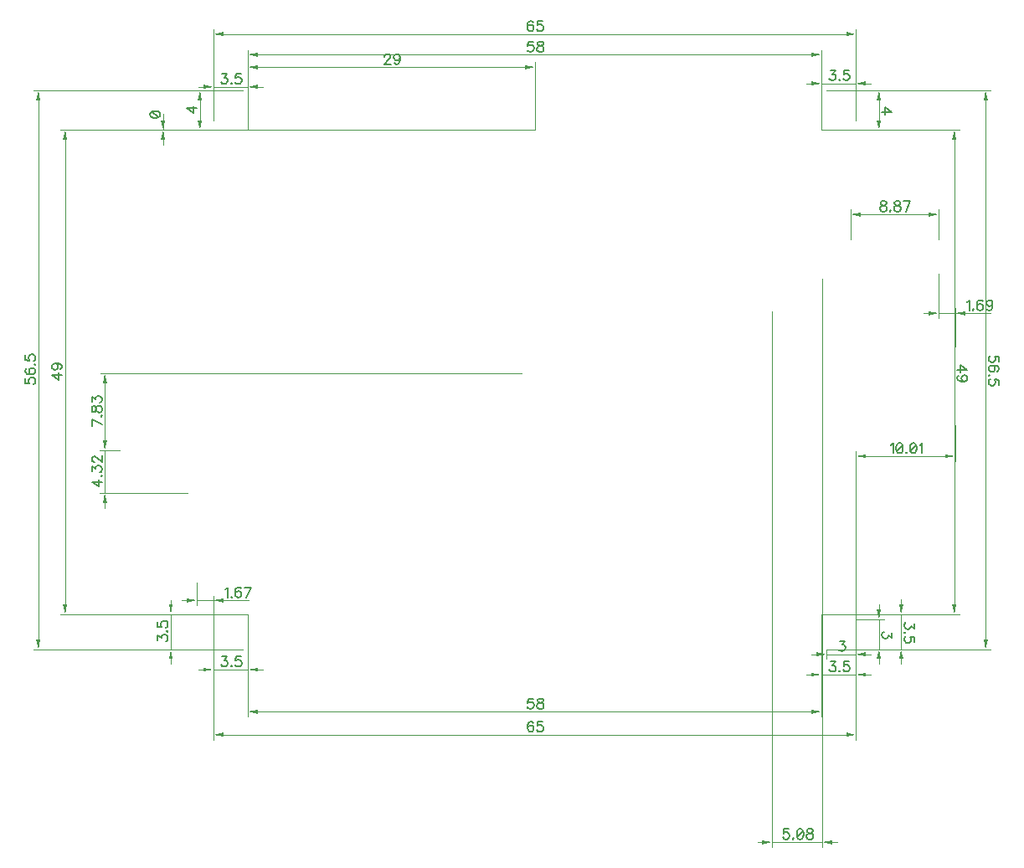
<source format=gbr>
G04 DipTrace 2.4.0.2*
%INTopDimension.gbr*%
%MOIN*%
%ADD13C,0.0014*%
%ADD115C,0.0062*%
%FSLAX44Y44*%
G04*
G70*
G90*
G75*
G01*
%LNTopDimension*%
%LPD*%
X3937Y5117D2*
D13*
Y333D1*
X29528Y5118D2*
Y333D1*
X16732Y530D2*
X4331D1*
G36*
X3937D2*
X4331Y608D1*
Y451D1*
X3937Y530D1*
G37*
X16732D2*
D13*
X29134D1*
G36*
X29528D2*
X29134Y451D1*
Y608D1*
X29528Y530D1*
G37*
X5315Y24606D2*
D13*
X-2165D1*
X5315Y5313D2*
X-2165D1*
X-1969Y14960D2*
Y24213D1*
G36*
Y24606D2*
X-1890Y24213D1*
X-2047D1*
X-1969Y24606D1*
G37*
Y14960D2*
D13*
Y5707D1*
G36*
Y5313D2*
X-2047Y5707D1*
X-1890D1*
X-1969Y5313D1*
G37*
X5315Y24606D2*
D13*
Y27803D1*
X28150Y24606D2*
Y27803D1*
X16732Y27606D2*
X5709D1*
G36*
X5315D2*
X5709Y27685D1*
Y27528D1*
X5315Y27606D1*
G37*
X16732D2*
D13*
X27756D1*
G36*
X28150D2*
X27756Y27528D1*
Y27685D1*
X28150Y27606D1*
G37*
Y24606D2*
D13*
X33634D1*
X28150Y5315D2*
X33634D1*
X33437Y14961D2*
Y24213D1*
G36*
Y24606D2*
X33516Y24213D1*
X33358D1*
X33437Y24606D1*
G37*
Y14961D2*
D13*
Y5709D1*
G36*
Y5315D2*
X33358Y5709D1*
X33516D1*
X33437Y5315D1*
G37*
X5315Y5313D2*
D13*
Y1248D1*
X28150Y5315D2*
Y1248D1*
X16732Y1445D2*
X5709D1*
G36*
X5315D2*
X5709Y1524D1*
Y1366D1*
X5315Y1445D1*
G37*
X16732D2*
D13*
X27756D1*
G36*
X28150D2*
X27756Y1366D1*
Y1524D1*
X28150Y1445D1*
G37*
X5315Y24606D2*
D13*
X1740D1*
X16732D2*
X1740D1*
X1937D2*
D3*
Y25197D2*
Y25000D1*
G36*
Y24606D2*
X1858Y25000D1*
X2016D1*
X1937Y24606D1*
G37*
Y24016D2*
D13*
Y24213D1*
G36*
Y24606D2*
X2016Y24213D1*
X1858D1*
X1937Y24606D1*
G37*
Y25268D2*
D13*
Y24606D1*
X16732Y24614D2*
Y27307D1*
X5315Y24606D2*
Y27307D1*
X11024Y27110D2*
X16339D1*
G36*
X16732D2*
X16339Y27031D1*
Y27189D1*
X16732Y27110D1*
G37*
X11024D2*
D13*
X5709D1*
G36*
X5315D2*
X5709Y27189D1*
Y27031D1*
X5315Y27110D1*
G37*
X28150Y5315D2*
D13*
X31524D1*
X29287Y3937D2*
X31524D1*
X31327Y5315D2*
Y3937D1*
Y5906D2*
Y5709D1*
G36*
Y5315D2*
X31248Y5709D1*
X31406D1*
X31327Y5315D1*
G37*
Y3346D2*
D13*
Y3543D1*
G36*
Y3937D2*
X31406Y3543D1*
X31248D1*
X31327Y3937D1*
G37*
X5315Y5313D2*
D13*
X2047D1*
X4106Y3937D2*
X2047D1*
X2244Y5313D2*
Y3937D1*
Y5904D2*
Y5707D1*
G36*
Y5313D2*
X2165Y5707D1*
X2323D1*
X2244Y5313D1*
G37*
Y3346D2*
D13*
Y3543D1*
G36*
Y3937D2*
X2323Y3543D1*
X2165D1*
X2244Y3937D1*
G37*
X5315Y5313D2*
D13*
Y2928D1*
X3937Y3937D2*
Y2928D1*
Y3125D2*
X5315D1*
X3346D2*
X3543D1*
G36*
X3937D2*
X3543Y3046D1*
Y3203D1*
X3937Y3125D1*
G37*
X5906D2*
D13*
X5709D1*
G36*
X5315D2*
X5709Y3203D1*
Y3046D1*
X5315Y3125D1*
G37*
X28150Y5315D2*
D13*
Y2720D1*
X29528Y3937D2*
Y2720D1*
X28150Y2917D2*
X29528D1*
X27559D2*
X27756D1*
G36*
X28150D2*
X27756Y2839D1*
Y2996D1*
X28150Y2917D1*
G37*
X30118D2*
D13*
X29921D1*
G36*
X29528D2*
X29921Y2996D1*
Y2839D1*
X29528Y2917D1*
G37*
X28150Y24606D2*
D13*
Y26661D1*
X29528Y25736D2*
Y26661D1*
X28150Y26465D2*
X29528D1*
X27559D2*
X27756D1*
G36*
X28150D2*
X27756Y26386D1*
Y26543D1*
X28150Y26465D1*
G37*
X30118D2*
D13*
X29921D1*
G36*
X29528D2*
X29921Y26543D1*
Y26386D1*
X29528Y26465D1*
G37*
X28150Y24606D2*
D13*
X30634D1*
X29524Y26181D2*
X30634D1*
X30437Y25394D2*
Y25000D1*
G36*
Y24606D2*
X30358Y25000D1*
X30516D1*
X30437Y24606D1*
G37*
Y25394D2*
D13*
Y25787D1*
G36*
Y26181D2*
X30516Y25787D1*
X30358D1*
X30437Y26181D1*
G37*
X5315Y24606D2*
D13*
Y26528D1*
X3937Y26181D2*
Y26528D1*
Y26331D2*
X5315D1*
X3346D2*
X3543D1*
G36*
X3937D2*
X3543Y26252D1*
Y26409D1*
X3937Y26331D1*
G37*
X5906D2*
D13*
X5709D1*
G36*
X5315D2*
X5709Y26409D1*
Y26252D1*
X5315Y26331D1*
G37*
Y24606D2*
D13*
X3209D1*
X3937Y26181D2*
X3209D1*
X3406Y25394D2*
Y25000D1*
G36*
Y24606D2*
X3327Y25000D1*
X3484D1*
X3406Y24606D1*
G37*
Y25394D2*
D13*
Y25787D1*
G36*
Y26181D2*
X3484Y25787D1*
X3327D1*
X3406Y26181D1*
G37*
X28346Y3937D2*
D13*
X34884D1*
X28345Y26181D2*
X34884D1*
X34687Y15059D2*
Y4331D1*
G36*
Y3937D2*
X34608Y4331D1*
X34766D1*
X34687Y3937D1*
G37*
Y15059D2*
D13*
Y25787D1*
G36*
Y26181D2*
X34766Y25787D1*
X34608D1*
X34687Y26181D1*
G37*
X5117Y26180D2*
D13*
X-3226D1*
X5118Y3936D2*
X-3226D1*
X-3030Y15058D2*
Y25786D1*
G36*
Y26180D2*
X-2951Y25786D1*
X-3108D1*
X-3030Y26180D1*
G37*
Y15058D2*
D13*
Y4329D1*
G36*
Y3936D2*
X-3108Y4329D1*
X-2951D1*
X-3030Y3936D1*
G37*
X29528Y3937D2*
D13*
X30634D1*
X29528Y5118D2*
X30634D1*
X30437D2*
Y3937D1*
Y5709D2*
Y5512D1*
G36*
Y5118D2*
X30358Y5512D1*
X30516D1*
X30437Y5118D1*
G37*
Y3346D2*
D13*
Y3543D1*
G36*
Y3937D2*
X30516Y3543D1*
X30358D1*
X30437Y3937D1*
G37*
X29528D2*
D13*
Y3539D1*
X28346Y3937D2*
Y3539D1*
Y3736D2*
X29528D1*
X27756D2*
X27953D1*
G36*
X28346D2*
X27953Y3657D1*
Y3815D1*
X28346Y3736D1*
G37*
X30118D2*
D13*
X29921D1*
G36*
X29528D2*
X29921Y3815D1*
Y3657D1*
X29528Y3736D1*
G37*
X3936Y24999D2*
D13*
Y28626D1*
X29526Y25000D2*
Y28626D1*
X16731Y28429D2*
X4329D1*
G36*
X3936D2*
X4329Y28508D1*
Y28350D1*
X3936Y28429D1*
G37*
X16731D2*
D13*
X29133D1*
G36*
X29526D2*
X29133Y28350D1*
Y28508D1*
X29526Y28429D1*
G37*
X16222Y14930D2*
D13*
X-571D1*
X197Y11846D2*
X-571D1*
X-374Y13388D2*
Y14536D1*
G36*
Y14930D2*
X-295Y14536D1*
X-453D1*
X-374Y14930D1*
G37*
Y13388D2*
D13*
Y12239D1*
G36*
Y11846D2*
X-453Y12239D1*
X-295D1*
X-374Y11846D1*
G37*
X197D2*
D13*
X-572D1*
X2905Y10146D2*
X-572D1*
X-375Y11846D2*
Y10146D1*
Y12436D2*
Y12239D1*
G36*
Y11846D2*
X-454Y12239D1*
X-297D1*
X-375Y11846D1*
G37*
Y9556D2*
D13*
Y9752D1*
G36*
Y10146D2*
X-297Y9752D1*
X-454D1*
X-375Y10146D1*
G37*
X28187Y18687D2*
D13*
Y-3947D1*
X26187Y17375D2*
Y-3947D1*
Y-3750D2*
X28187D1*
X25596D2*
X25793D1*
G36*
X26187D2*
X25793Y-3829D1*
Y-3672D1*
X26187Y-3750D1*
G37*
X28778D2*
D13*
X28581D1*
G36*
X28187D2*
X28581Y-3672D1*
Y-3829D1*
X28187Y-3750D1*
G37*
X33470Y15973D2*
D13*
Y17509D1*
X32804Y18883D2*
Y17115D1*
Y17312D2*
X33470D1*
X32213D2*
X32410D1*
G36*
X32804D2*
X32410Y17233D1*
Y17391D1*
X32804Y17312D1*
G37*
X34061D2*
D13*
X33864D1*
G36*
X33470D2*
X33864Y17391D1*
Y17233D1*
X33470Y17312D1*
G37*
X34866D2*
D13*
X33470D1*
Y12870D2*
Y11428D1*
X29528Y5118D2*
Y11821D1*
X31499Y11625D2*
X33077D1*
G36*
X33470D2*
X33077Y11546D1*
Y11703D1*
X33470Y11625D1*
G37*
X31499D2*
D13*
X29921D1*
G36*
X29528D2*
X29921Y11703D1*
Y11546D1*
X29528Y11625D1*
G37*
X29312Y20260D2*
D13*
Y21446D1*
X32804Y20260D2*
Y21446D1*
X31058Y21250D2*
X29706D1*
G36*
X29312D2*
X29706Y21328D1*
Y21171D1*
X29312Y21250D1*
G37*
X31058D2*
D13*
X32410D1*
G36*
X32804D2*
X32410Y21171D1*
Y21328D1*
X32804Y21250D1*
G37*
X3280Y6603D2*
D13*
Y5678D1*
X3937Y5118D2*
Y6071D1*
X3280Y5875D2*
X3937D1*
X2690D2*
X2887D1*
G36*
X3280D2*
X2887Y5796D1*
Y5953D1*
X3280Y5875D1*
G37*
X4528D2*
D13*
X4331D1*
G36*
X3937D2*
X4331Y5953D1*
Y5796D1*
X3937Y5875D1*
G37*
X5352D2*
D13*
X3937D1*
X16673Y996D2*
D115*
X16654Y1034D1*
X16596Y1053D1*
X16558D1*
X16501Y1034D1*
X16462Y977D1*
X16443Y881D1*
Y786D1*
X16462Y709D1*
X16501Y671D1*
X16558Y652D1*
X16577D1*
X16634Y671D1*
X16673Y709D1*
X16692Y767D1*
Y786D1*
X16673Y843D1*
X16634Y881D1*
X16577Y900D1*
X16558D1*
X16501Y881D1*
X16462Y843D1*
X16443Y786D1*
X17045Y1053D2*
X16854D1*
X16835Y881D1*
X16854Y900D1*
X16911Y920D1*
X16968D1*
X17026Y900D1*
X17064Y862D1*
X17083Y805D1*
Y767D1*
X17064Y709D1*
X17026Y671D1*
X16968Y652D1*
X16911D1*
X16854Y671D1*
X16835Y690D1*
X16815Y728D1*
X-2091Y14853D2*
X-2492D1*
X-2225Y14661D1*
Y14948D1*
X-2359Y15320D2*
X-2301Y15301D1*
X-2263Y15263D1*
X-2244Y15206D1*
Y15187D1*
X-2263Y15129D1*
X-2301Y15091D1*
X-2359Y15072D1*
X-2378D1*
X-2435Y15091D1*
X-2473Y15129D1*
X-2492Y15187D1*
Y15206D1*
X-2473Y15263D1*
X-2435Y15301D1*
X-2359Y15320D1*
X-2263D1*
X-2167Y15301D1*
X-2110Y15263D1*
X-2091Y15206D1*
Y15167D1*
X-2110Y15110D1*
X-2148Y15091D1*
X16663Y28130D2*
X16472D1*
X16453Y27958D1*
X16472Y27977D1*
X16530Y27996D1*
X16587D1*
X16644Y27977D1*
X16683Y27939D1*
X16702Y27881D1*
Y27843D1*
X16683Y27786D1*
X16644Y27747D1*
X16587Y27728D1*
X16530D1*
X16472Y27747D1*
X16453Y27767D1*
X16434Y27805D1*
X16921Y28130D2*
X16864Y28111D1*
X16844Y28073D1*
Y28034D1*
X16864Y27996D1*
X16902Y27977D1*
X16978Y27958D1*
X17036Y27939D1*
X17074Y27900D1*
X17093Y27862D1*
Y27805D1*
X17074Y27767D1*
X17055Y27747D1*
X16997Y27728D1*
X16921D1*
X16864Y27747D1*
X16844Y27767D1*
X16825Y27805D1*
Y27862D1*
X16844Y27900D1*
X16883Y27939D1*
X16940Y27958D1*
X17016Y27977D1*
X17055Y27996D1*
X17074Y28034D1*
Y28073D1*
X17055Y28111D1*
X16997Y28130D1*
X16921D1*
X33559Y15068D2*
X33961D1*
X33693Y15259D1*
Y14972D1*
X33827Y14600D2*
X33770Y14620D1*
X33731Y14658D1*
X33712Y14715D1*
Y14734D1*
X33731Y14792D1*
X33770Y14830D1*
X33827Y14849D1*
X33846D1*
X33904Y14830D1*
X33942Y14792D1*
X33961Y14734D1*
Y14715D1*
X33942Y14658D1*
X33904Y14620D1*
X33827Y14600D1*
X33731D1*
X33636Y14620D1*
X33578Y14658D1*
X33559Y14715D1*
Y14753D1*
X33578Y14811D1*
X33617Y14830D1*
X16663Y1968D2*
X16472D1*
X16453Y1796D1*
X16472Y1815D1*
X16530Y1835D1*
X16587D1*
X16644Y1815D1*
X16683Y1777D1*
X16702Y1720D1*
Y1682D1*
X16683Y1624D1*
X16644Y1586D1*
X16587Y1567D1*
X16530D1*
X16472Y1586D1*
X16453Y1605D1*
X16434Y1643D1*
X16921Y1968D2*
X16864Y1949D1*
X16844Y1911D1*
Y1873D1*
X16864Y1835D1*
X16902Y1815D1*
X16978Y1796D1*
X17036Y1777D1*
X17074Y1739D1*
X17093Y1701D1*
Y1643D1*
X17074Y1605D1*
X17055Y1586D1*
X16997Y1567D1*
X16921D1*
X16864Y1586D1*
X16844Y1605D1*
X16825Y1643D1*
Y1701D1*
X16844Y1739D1*
X16883Y1777D1*
X16940Y1796D1*
X17016Y1815D1*
X17055Y1835D1*
X17074Y1873D1*
Y1911D1*
X17055Y1949D1*
X16997Y1968D1*
X16921D1*
X1413Y25208D2*
X1432Y25150D1*
X1490Y25112D1*
X1585Y25093D1*
X1643D1*
X1738Y25112D1*
X1796Y25150D1*
X1815Y25208D1*
Y25246D1*
X1796Y25303D1*
X1738Y25341D1*
X1643Y25361D1*
X1585D1*
X1490Y25341D1*
X1432Y25303D1*
X1413Y25246D1*
Y25208D1*
X1490Y25341D2*
X1738Y25112D1*
X10754Y27538D2*
Y27557D1*
X10773Y27596D1*
X10792Y27615D1*
X10830Y27634D1*
X10907D1*
X10945Y27615D1*
X10964Y27596D1*
X10983Y27557D1*
Y27519D1*
X10964Y27481D1*
X10926Y27424D1*
X10734Y27232D1*
X11002D1*
X11375Y27500D2*
X11355Y27443D1*
X11317Y27404D1*
X11260Y27385D1*
X11241D1*
X11183Y27404D1*
X11145Y27443D1*
X11126Y27500D1*
Y27519D1*
X11145Y27577D1*
X11183Y27615D1*
X11241Y27634D1*
X11260D1*
X11317Y27615D1*
X11355Y27577D1*
X11375Y27500D1*
Y27404D1*
X11355Y27309D1*
X11317Y27251D1*
X11260Y27232D1*
X11222D1*
X11164Y27251D1*
X11145Y27290D1*
X31850Y4967D2*
Y4757D1*
X31697Y4872D1*
Y4814D1*
X31678Y4776D1*
X31659Y4757D1*
X31602Y4738D1*
X31564D1*
X31506Y4757D1*
X31468Y4795D1*
X31449Y4853D1*
Y4910D1*
X31468Y4967D1*
X31487Y4986D1*
X31525Y5006D1*
X31487Y4595D2*
X31468Y4614D1*
X31449Y4595D1*
X31468Y4576D1*
X31487Y4595D1*
X31850Y4223D2*
Y4414D1*
X31678Y4433D1*
X31697Y4414D1*
X31717Y4356D1*
Y4299D1*
X31697Y4242D1*
X31659Y4203D1*
X31602Y4184D1*
X31564D1*
X31506Y4203D1*
X31468Y4242D1*
X31449Y4299D1*
Y4356D1*
X31468Y4414D1*
X31487Y4433D1*
X31525Y4452D1*
X1721Y4284D2*
Y4494D1*
X1873Y4379D1*
Y4437D1*
X1893Y4475D1*
X1912Y4494D1*
X1969Y4513D1*
X2007D1*
X2065Y4494D1*
X2103Y4456D1*
X2122Y4398D1*
Y4341D1*
X2103Y4284D1*
X2084Y4265D1*
X2045Y4245D1*
X2084Y4656D2*
X2103Y4637D1*
X2122Y4656D1*
X2103Y4675D1*
X2084Y4656D1*
X1721Y5028D2*
Y4837D1*
X1893Y4818D1*
X1873Y4837D1*
X1854Y4895D1*
Y4952D1*
X1873Y5009D1*
X1912Y5048D1*
X1969Y5067D1*
X2007D1*
X2065Y5048D1*
X2103Y5009D1*
X2122Y4952D1*
Y4895D1*
X2103Y4837D1*
X2084Y4818D1*
X2045Y4799D1*
X4285Y3648D2*
X4495D1*
X4380Y3495D1*
X4438D1*
X4476Y3476D1*
X4495Y3457D1*
X4514Y3400D1*
Y3362D1*
X4495Y3304D1*
X4457Y3266D1*
X4399Y3247D1*
X4342D1*
X4285Y3266D1*
X4266Y3285D1*
X4246Y3323D1*
X4657Y3285D2*
X4638Y3266D1*
X4657Y3247D1*
X4676Y3266D1*
X4657Y3285D1*
X5029Y3648D2*
X4838D1*
X4819Y3476D1*
X4838Y3495D1*
X4896Y3515D1*
X4953D1*
X5010Y3495D1*
X5049Y3457D1*
X5068Y3400D1*
Y3362D1*
X5049Y3304D1*
X5010Y3266D1*
X4953Y3247D1*
X4896D1*
X4838Y3266D1*
X4819Y3285D1*
X4800Y3323D1*
X28497Y3441D2*
X28707D1*
X28593Y3288D1*
X28650D1*
X28688Y3269D1*
X28707Y3250D1*
X28727Y3192D1*
Y3154D1*
X28707Y3097D1*
X28669Y3058D1*
X28612Y3039D1*
X28554D1*
X28497Y3058D1*
X28478Y3078D1*
X28459Y3116D1*
X28869Y3078D2*
X28850Y3058D1*
X28869Y3039D1*
X28889Y3058D1*
X28869Y3078D1*
X29242Y3441D2*
X29051D1*
X29032Y3269D1*
X29051Y3288D1*
X29108Y3307D1*
X29165D1*
X29223Y3288D1*
X29261Y3250D1*
X29280Y3192D1*
Y3154D1*
X29261Y3097D1*
X29223Y3058D1*
X29165Y3039D1*
X29108D1*
X29051Y3058D1*
X29032Y3078D1*
X29012Y3116D1*
X28497Y26988D2*
X28707D1*
X28593Y26835D1*
X28650D1*
X28688Y26816D1*
X28707Y26797D1*
X28727Y26740D1*
Y26702D1*
X28707Y26644D1*
X28669Y26606D1*
X28612Y26587D1*
X28554D1*
X28497Y26606D1*
X28478Y26625D1*
X28459Y26663D1*
X28869Y26625D2*
X28850Y26606D1*
X28869Y26587D1*
X28889Y26606D1*
X28869Y26625D1*
X29242Y26988D2*
X29051D1*
X29032Y26816D1*
X29051Y26835D1*
X29108Y26855D1*
X29165D1*
X29223Y26835D1*
X29261Y26797D1*
X29280Y26740D1*
Y26702D1*
X29261Y26644D1*
X29223Y26606D1*
X29165Y26587D1*
X29108D1*
X29051Y26606D1*
X29032Y26625D1*
X29012Y26663D1*
X30559Y25315D2*
X30961D1*
X30693Y25506D1*
Y25219D1*
X4285Y26854D2*
X4495D1*
X4380Y26701D1*
X4438D1*
X4476Y26682D1*
X4495Y26663D1*
X4514Y26606D1*
Y26568D1*
X4495Y26510D1*
X4457Y26472D1*
X4399Y26453D1*
X4342D1*
X4285Y26472D1*
X4266Y26491D1*
X4246Y26529D1*
X4657Y26491D2*
X4638Y26472D1*
X4657Y26453D1*
X4676Y26472D1*
X4657Y26491D1*
X5029Y26854D2*
X4838D1*
X4819Y26682D1*
X4838Y26701D1*
X4896Y26721D1*
X4953D1*
X5010Y26701D1*
X5049Y26663D1*
X5068Y26606D1*
Y26568D1*
X5049Y26510D1*
X5010Y26472D1*
X4953Y26453D1*
X4896D1*
X4838Y26472D1*
X4819Y26491D1*
X4800Y26529D1*
X3283Y25473D2*
X2882D1*
X3149Y25281D1*
Y25568D1*
X35211Y15395D2*
Y15586D1*
X35039Y15605D1*
X35058Y15586D1*
X35077Y15529D1*
Y15472D1*
X35058Y15414D1*
X35020Y15376D1*
X34962Y15357D1*
X34924D1*
X34867Y15376D1*
X34828Y15414D1*
X34809Y15472D1*
Y15529D1*
X34828Y15586D1*
X34848Y15605D1*
X34886Y15625D1*
X35154Y15004D2*
X35192Y15023D1*
X35211Y15080D1*
Y15118D1*
X35192Y15176D1*
X35134Y15214D1*
X35039Y15233D1*
X34943D1*
X34867Y15214D1*
X34828Y15176D1*
X34809Y15118D1*
Y15099D1*
X34828Y15042D1*
X34867Y15004D1*
X34924Y14985D1*
X34943D1*
X35001Y15004D1*
X35039Y15042D1*
X35058Y15099D1*
Y15118D1*
X35039Y15176D1*
X35001Y15214D1*
X34943Y15233D1*
X34848Y14842D2*
X34828Y14861D1*
X34809Y14842D1*
X34828Y14823D1*
X34848Y14842D1*
X35211Y14470D2*
Y14661D1*
X35039Y14680D1*
X35058Y14661D1*
X35077Y14603D1*
Y14546D1*
X35058Y14489D1*
X35020Y14450D1*
X34962Y14431D1*
X34924D1*
X34867Y14450D1*
X34828Y14489D1*
X34809Y14546D1*
Y14603D1*
X34828Y14661D1*
X34848Y14680D1*
X34886Y14699D1*
X-3553Y14721D2*
Y14530D1*
X-3381Y14511D1*
X-3400Y14530D1*
X-3420Y14588D1*
Y14645D1*
X-3400Y14702D1*
X-3362Y14741D1*
X-3305Y14760D1*
X-3267D1*
X-3209Y14741D1*
X-3171Y14702D1*
X-3152Y14645D1*
Y14588D1*
X-3171Y14530D1*
X-3190Y14511D1*
X-3228Y14492D1*
X-3496Y15113D2*
X-3534Y15094D1*
X-3553Y15036D1*
Y14998D1*
X-3534Y14941D1*
X-3477Y14902D1*
X-3381Y14883D1*
X-3286D1*
X-3209Y14902D1*
X-3171Y14941D1*
X-3152Y14998D1*
Y15017D1*
X-3171Y15074D1*
X-3209Y15113D1*
X-3267Y15132D1*
X-3286D1*
X-3343Y15113D1*
X-3381Y15074D1*
X-3400Y15017D1*
Y14998D1*
X-3381Y14941D1*
X-3343Y14902D1*
X-3286Y14883D1*
X-3190Y15274D2*
X-3171Y15255D1*
X-3152Y15274D1*
X-3171Y15294D1*
X-3190Y15274D1*
X-3553Y15647D2*
Y15456D1*
X-3381Y15437D1*
X-3400Y15456D1*
X-3420Y15513D1*
Y15570D1*
X-3400Y15628D1*
X-3362Y15666D1*
X-3305Y15685D1*
X-3267D1*
X-3209Y15666D1*
X-3171Y15628D1*
X-3152Y15570D1*
Y15513D1*
X-3171Y15456D1*
X-3190Y15437D1*
X-3228Y15417D1*
X30961Y4592D2*
Y4382D1*
X30808Y4497D1*
Y4439D1*
X30789Y4401D1*
X30770Y4382D1*
X30712Y4363D1*
X30674D1*
X30617Y4382D1*
X30578Y4420D1*
X30559Y4478D1*
Y4535D1*
X30578Y4592D1*
X30598Y4611D1*
X30636Y4631D1*
X28872Y4260D2*
X29082D1*
X28968Y4107D1*
X29025D1*
X29063Y4088D1*
X29082Y4069D1*
X29102Y4011D1*
Y3973D1*
X29082Y3916D1*
X29044Y3877D1*
X28987Y3858D1*
X28929D1*
X28872Y3877D1*
X28853Y3897D1*
X28834Y3935D1*
X16671Y28896D2*
X16652Y28934D1*
X16595Y28953D1*
X16557D1*
X16499Y28934D1*
X16461Y28876D1*
X16442Y28781D1*
Y28685D1*
X16461Y28609D1*
X16499Y28570D1*
X16557Y28551D1*
X16576D1*
X16633Y28570D1*
X16671Y28609D1*
X16690Y28666D1*
Y28685D1*
X16671Y28743D1*
X16633Y28781D1*
X16576Y28800D1*
X16557D1*
X16499Y28781D1*
X16461Y28743D1*
X16442Y28685D1*
X17043Y28953D2*
X16852D1*
X16833Y28781D1*
X16852Y28800D1*
X16910Y28819D1*
X16967D1*
X17024Y28800D1*
X17063Y28762D1*
X17082Y28704D1*
Y28666D1*
X17063Y28609D1*
X17024Y28570D1*
X16967Y28551D1*
X16910D1*
X16852Y28570D1*
X16833Y28590D1*
X16814Y28628D1*
X-496Y12889D2*
X-898Y13080D1*
Y12813D1*
X-535Y13223D2*
X-515Y13204D1*
X-496Y13223D1*
X-515Y13242D1*
X-535Y13223D1*
X-898Y13461D2*
X-879Y13404D1*
X-841Y13385D1*
X-802D1*
X-764Y13404D1*
X-745Y13442D1*
X-726Y13519D1*
X-707Y13576D1*
X-668Y13614D1*
X-630Y13633D1*
X-573D1*
X-535Y13614D1*
X-515Y13595D1*
X-496Y13538D1*
Y13461D1*
X-515Y13404D1*
X-535Y13385D1*
X-573Y13366D1*
X-630D1*
X-668Y13385D1*
X-707Y13423D1*
X-726Y13481D1*
X-745Y13557D1*
X-764Y13595D1*
X-802Y13614D1*
X-841D1*
X-879Y13595D1*
X-898Y13538D1*
Y13461D1*
Y13795D2*
Y14005D1*
X-745Y13891D1*
Y13948D1*
X-726Y13986D1*
X-707Y14005D1*
X-649Y14025D1*
X-611D1*
X-554Y14005D1*
X-515Y13967D1*
X-496Y13910D1*
Y13853D1*
X-515Y13795D1*
X-535Y13776D1*
X-573Y13757D1*
X-498Y10602D2*
X-899D1*
X-632Y10411D1*
Y10698D1*
X-536Y10840D2*
X-517Y10821D1*
X-498Y10840D1*
X-517Y10860D1*
X-536Y10840D1*
X-899Y11022D2*
Y11232D1*
X-746Y11117D1*
Y11175D1*
X-727Y11213D1*
X-708Y11232D1*
X-651Y11251D1*
X-613D1*
X-555Y11232D1*
X-517Y11194D1*
X-498Y11136D1*
Y11079D1*
X-517Y11022D1*
X-536Y11003D1*
X-574Y10983D1*
X-804Y11394D2*
X-823D1*
X-861Y11413D1*
X-880Y11432D1*
X-899Y11471D1*
Y11547D1*
X-880Y11585D1*
X-861Y11604D1*
X-823Y11624D1*
X-785D1*
X-746Y11604D1*
X-689Y11566D1*
X-498Y11375D1*
Y11643D1*
X26841Y-3227D2*
X26650D1*
X26631Y-3399D1*
X26650Y-3380D1*
X26708Y-3360D1*
X26765D1*
X26822Y-3380D1*
X26861Y-3418D1*
X26880Y-3475D1*
Y-3513D1*
X26861Y-3571D1*
X26822Y-3609D1*
X26765Y-3628D1*
X26708D1*
X26650Y-3609D1*
X26631Y-3590D1*
X26612Y-3552D1*
X27022Y-3590D2*
X27003Y-3609D1*
X27022Y-3628D1*
X27042Y-3609D1*
X27022Y-3590D1*
X27280Y-3227D2*
X27223Y-3246D1*
X27184Y-3303D1*
X27165Y-3399D1*
Y-3456D1*
X27184Y-3552D1*
X27223Y-3609D1*
X27280Y-3628D1*
X27318D1*
X27376Y-3609D1*
X27414Y-3552D1*
X27433Y-3456D1*
Y-3399D1*
X27414Y-3303D1*
X27376Y-3246D1*
X27318Y-3227D1*
X27280D1*
X27414Y-3303D2*
X27184Y-3552D1*
X27652Y-3227D2*
X27595Y-3246D1*
X27576Y-3284D1*
Y-3322D1*
X27595Y-3360D1*
X27633Y-3380D1*
X27710Y-3399D1*
X27767Y-3418D1*
X27805Y-3456D1*
X27824Y-3494D1*
Y-3552D1*
X27805Y-3590D1*
X27786Y-3609D1*
X27729Y-3628D1*
X27652D1*
X27595Y-3609D1*
X27576Y-3590D1*
X27557Y-3552D1*
Y-3494D1*
X27576Y-3456D1*
X27614Y-3418D1*
X27671Y-3399D1*
X27748Y-3380D1*
X27786Y-3360D1*
X27805Y-3322D1*
Y-3284D1*
X27786Y-3246D1*
X27729Y-3227D1*
X27652D1*
X33957Y17759D2*
X33995Y17779D1*
X34053Y17836D1*
Y17434D1*
X34195Y17473D2*
X34176Y17453D1*
X34195Y17434D1*
X34215Y17453D1*
X34195Y17473D1*
X34567Y17779D2*
X34548Y17817D1*
X34491Y17836D1*
X34453D1*
X34395Y17817D1*
X34357Y17759D1*
X34338Y17664D1*
Y17568D1*
X34357Y17492D1*
X34395Y17453D1*
X34453Y17434D1*
X34472D1*
X34529Y17453D1*
X34567Y17492D1*
X34587Y17549D1*
Y17568D1*
X34567Y17626D1*
X34529Y17664D1*
X34472Y17683D1*
X34453D1*
X34395Y17664D1*
X34357Y17626D1*
X34338Y17568D1*
X34959Y17702D2*
X34940Y17645D1*
X34901Y17606D1*
X34844Y17587D1*
X34825D1*
X34768Y17606D1*
X34729Y17645D1*
X34710Y17702D1*
Y17721D1*
X34729Y17779D1*
X34768Y17817D1*
X34825Y17836D1*
X34844D1*
X34901Y17817D1*
X34940Y17779D1*
X34959Y17702D1*
Y17606D1*
X34940Y17511D1*
X34901Y17453D1*
X34844Y17434D1*
X34806D1*
X34748Y17453D1*
X34729Y17492D1*
X30900Y12072D2*
X30938Y12091D1*
X30996Y12148D1*
Y11747D1*
X31234Y12148D2*
X31177Y12129D1*
X31138Y12072D1*
X31119Y11976D1*
Y11919D1*
X31138Y11823D1*
X31177Y11766D1*
X31234Y11747D1*
X31272D1*
X31330Y11766D1*
X31368Y11823D1*
X31387Y11919D1*
Y11976D1*
X31368Y12072D1*
X31330Y12129D1*
X31272Y12148D1*
X31234D1*
X31368Y12072D2*
X31138Y11823D1*
X31530Y11785D2*
X31511Y11766D1*
X31530Y11747D1*
X31549Y11766D1*
X31530Y11785D1*
X31787Y12148D2*
X31730Y12129D1*
X31692Y12072D1*
X31673Y11976D1*
Y11919D1*
X31692Y11823D1*
X31730Y11766D1*
X31787Y11747D1*
X31826D1*
X31883Y11766D1*
X31921Y11823D1*
X31940Y11919D1*
Y11976D1*
X31921Y12072D1*
X31883Y12129D1*
X31826Y12148D1*
X31787D1*
X31921Y12072D2*
X31692Y11823D1*
X32064Y12072D2*
X32102Y12091D1*
X32160Y12148D1*
Y11747D1*
X30578Y21773D2*
X30521Y21754D1*
X30502Y21716D1*
Y21678D1*
X30521Y21640D1*
X30559Y21620D1*
X30636Y21601D1*
X30693Y21582D1*
X30731Y21544D1*
X30750Y21506D1*
Y21448D1*
X30731Y21410D1*
X30712Y21391D1*
X30655Y21372D1*
X30578D1*
X30521Y21391D1*
X30502Y21410D1*
X30483Y21448D1*
Y21506D1*
X30502Y21544D1*
X30540Y21582D1*
X30597Y21601D1*
X30674Y21620D1*
X30712Y21640D1*
X30731Y21678D1*
Y21716D1*
X30712Y21754D1*
X30655Y21773D1*
X30578D1*
X30893Y21410D2*
X30874Y21391D1*
X30893Y21372D1*
X30912Y21391D1*
X30893Y21410D1*
X31131Y21773D2*
X31074Y21754D1*
X31055Y21716D1*
Y21678D1*
X31074Y21640D1*
X31112Y21620D1*
X31189Y21601D1*
X31246Y21582D1*
X31284Y21544D1*
X31303Y21506D1*
Y21448D1*
X31284Y21410D1*
X31265Y21391D1*
X31208Y21372D1*
X31131D1*
X31074Y21391D1*
X31055Y21410D1*
X31036Y21448D1*
Y21506D1*
X31055Y21544D1*
X31093Y21582D1*
X31150Y21601D1*
X31227Y21620D1*
X31265Y21640D1*
X31284Y21678D1*
Y21716D1*
X31265Y21754D1*
X31208Y21773D1*
X31131D1*
X31503Y21372D2*
X31695Y21773D1*
X31427D1*
X4423Y6322D2*
X4462Y6341D1*
X4519Y6398D1*
Y5997D1*
X4662Y6035D2*
X4643Y6016D1*
X4662Y5997D1*
X4681Y6016D1*
X4662Y6035D1*
X5034Y6341D2*
X5015Y6379D1*
X4958Y6398D1*
X4920D1*
X4862Y6379D1*
X4824Y6322D1*
X4805Y6226D1*
Y6131D1*
X4824Y6054D1*
X4862Y6016D1*
X4920Y5997D1*
X4939D1*
X4996Y6016D1*
X5034Y6054D1*
X5053Y6112D1*
Y6131D1*
X5034Y6188D1*
X4996Y6226D1*
X4939Y6245D1*
X4920D1*
X4862Y6226D1*
X4824Y6188D1*
X4805Y6131D1*
X5253Y5997D2*
X5445Y6398D1*
X5177D1*
M02*

</source>
